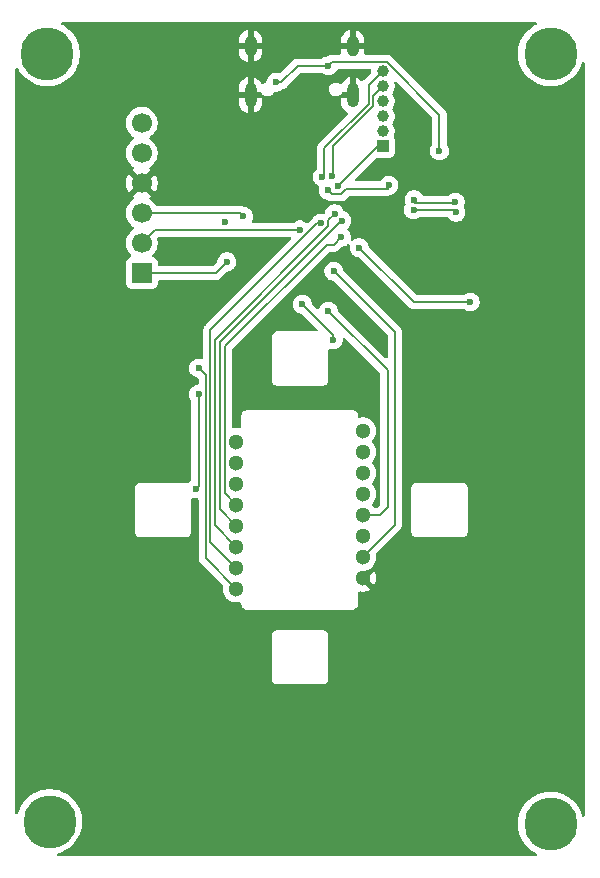
<source format=gbr>
%TF.GenerationSoftware,KiCad,Pcbnew,9.0.4*%
%TF.CreationDate,2025-11-20T14:14:08-06:00*%
%TF.ProjectId,Ballmouse,42616c6c-6d6f-4757-9365-2e6b69636164,rev?*%
%TF.SameCoordinates,Original*%
%TF.FileFunction,Copper,L2,Bot*%
%TF.FilePolarity,Positive*%
%FSLAX46Y46*%
G04 Gerber Fmt 4.6, Leading zero omitted, Abs format (unit mm)*
G04 Created by KiCad (PCBNEW 9.0.4) date 2025-11-20 14:14:08*
%MOMM*%
%LPD*%
G01*
G04 APERTURE LIST*
%TA.AperFunction,ComponentPad*%
%ADD10C,4.500000*%
%TD*%
%TA.AperFunction,ComponentPad*%
%ADD11R,1.700000X1.700000*%
%TD*%
%TA.AperFunction,ComponentPad*%
%ADD12C,1.700000*%
%TD*%
%TA.AperFunction,ComponentPad*%
%ADD13C,1.300000*%
%TD*%
%TA.AperFunction,ComponentPad*%
%ADD14O,1.000000X2.100000*%
%TD*%
%TA.AperFunction,ComponentPad*%
%ADD15O,1.000000X1.800000*%
%TD*%
%TA.AperFunction,ComponentPad*%
%ADD16R,1.000000X1.000000*%
%TD*%
%TA.AperFunction,ComponentPad*%
%ADD17C,1.000000*%
%TD*%
%TA.AperFunction,ViaPad*%
%ADD18C,0.600000*%
%TD*%
%TA.AperFunction,Conductor*%
%ADD19C,0.200000*%
%TD*%
G04 APERTURE END LIST*
D10*
%TO.P,H4,1*%
%TO.N,N/C*%
X160400000Y-122200000D03*
%TD*%
%TO.P,H3,1*%
%TO.N,N/C*%
X118000000Y-122000000D03*
%TD*%
%TO.P,H2,1*%
%TO.N,N/C*%
X160400000Y-57000000D03*
%TD*%
%TO.P,H1,1*%
%TO.N,N/C*%
X117800000Y-57000000D03*
%TD*%
D11*
%TO.P,J2,1,Pin_1*%
%TO.N,VCC*%
X125800000Y-75550000D03*
D12*
%TO.P,J2,2,Pin_2*%
%TO.N,Reset*%
X125800000Y-73010000D03*
%TO.P,J2,3,Pin_3*%
%TO.N,Boot*%
X125800000Y-70470000D03*
%TO.P,J2,4,Pin_4*%
%TO.N,VSS*%
X125800000Y-67930000D03*
%TO.P,J2,5,Pin_5*%
%TO.N,SWCLK*%
X125800000Y-65390000D03*
%TO.P,J2,6,Pin_6*%
%TO.N,SWDIO*%
X125800000Y-62850000D03*
%TD*%
D13*
%TO.P,U1,1*%
%TO.N,N/C*%
X144500000Y-88925000D03*
%TO.P,U1,2*%
X144500000Y-90705000D03*
%TO.P,U1,3,VDDPIX*%
%TO.N,Net-(U1-VDDPIX)*%
X144500000Y-92485000D03*
%TO.P,U1,4,VDD*%
%TO.N,+1V8*%
X144500000Y-94265000D03*
%TO.P,U1,5,VDDIO*%
%TO.N,VCC*%
X144500000Y-96045000D03*
%TO.P,U1,6*%
%TO.N,N/C*%
X144500000Y-97825000D03*
%TO.P,U1,7,~{RESET}*%
%TO.N,3360_Reset*%
X144500000Y-99605000D03*
%TO.P,U1,8,GND*%
%TO.N,VSS*%
X144500000Y-101385000D03*
%TO.P,U1,9,MOTION*%
%TO.N,Motion*%
X133800000Y-102275000D03*
%TO.P,U1,10,SCLK*%
%TO.N,SCLK*%
X133800000Y-100495000D03*
%TO.P,U1,11,MOSI*%
%TO.N,MOSI*%
X133800000Y-98715000D03*
%TO.P,U1,12,MISO*%
%TO.N,MISO*%
X133800000Y-96935000D03*
%TO.P,U1,13,~{CS}*%
%TO.N,~{CS}*%
X133800000Y-95155000D03*
%TO.P,U1,14*%
%TO.N,N/C*%
X133800000Y-93375000D03*
%TO.P,U1,15,LED_P*%
%TO.N,Net-(U1-LED_P)*%
X133800000Y-91595000D03*
%TO.P,U1,16*%
%TO.N,N/C*%
X133800000Y-89815000D03*
%TD*%
D14*
%TO.P,J11,S1,SHIELD*%
%TO.N,VSS*%
X143650000Y-60500000D03*
D15*
X143650000Y-56350000D03*
D14*
X135010000Y-60500000D03*
D15*
X135010000Y-56350000D03*
%TD*%
D16*
%TO.P,J1,1,Pin_1*%
%TO.N,Net-(J1-Pin_1)*%
X146200000Y-64810000D03*
D17*
%TO.P,J1,2,Pin_2*%
%TO.N,Net-(J1-Pin_2)*%
X146200000Y-63540000D03*
%TO.P,J1,3,Pin_3*%
%TO.N,Net-(J1-Pin_3)*%
X146200000Y-62270000D03*
%TO.P,J1,4,Pin_4*%
%TO.N,Net-(J1-Pin_4)*%
X146200000Y-61000000D03*
%TO.P,J1,5,Pin_5*%
%TO.N,Net-(J1-Pin_5)*%
X146200000Y-59730000D03*
%TO.P,J1,6,Pin_6*%
%TO.N,Net-(J1-Pin_6)*%
X146200000Y-58460000D03*
%TD*%
D18*
%TO.N,Net-(D3-DOUT)*%
X130600000Y-85800000D03*
X130400000Y-93800000D03*
%TO.N,Neo*%
X139400000Y-78200000D03*
X142000000Y-81200000D03*
%TO.N,Net-(J1-Pin_1)*%
X142400000Y-68200000D03*
%TO.N,+5V*%
X137150000Y-59400000D03*
%TO.N,VSS*%
X129600000Y-65800000D03*
X138200000Y-69800000D03*
X132800000Y-71200000D03*
X158000000Y-83400000D03*
X150000000Y-83800000D03*
X142600000Y-83000000D03*
X138930781Y-79171315D03*
X149000000Y-67800000D03*
X152600000Y-65400000D03*
X138600000Y-67200000D03*
%TO.N,VCC*%
X133000000Y-74600000D03*
%TO.N,VSS*%
X139800000Y-76200000D03*
%TO.N,Motion*%
X130600000Y-83600000D03*
%TO.N,SCLK*%
X140940380Y-71340380D03*
%TO.N,MOSI*%
X142113959Y-70534430D03*
%TO.N,MISO*%
X142741729Y-71107499D03*
%TO.N,~{CS}*%
X142691315Y-72512850D03*
%TO.N,3360_Reset*%
X142057044Y-75391544D03*
%TO.N,VCC*%
X141600000Y-78800000D03*
%TO.N,Five*%
X153600000Y-78000000D03*
X144200000Y-73400000D03*
%TO.N,Boot*%
X134400000Y-70757500D03*
%TO.N,Net-(RN2-R2.1)*%
X152400000Y-70400000D03*
X148800000Y-70200000D03*
%TO.N,Net-(RN2-R1.1)*%
X152345929Y-69534832D03*
X148855866Y-69351835D03*
%TO.N,VCC*%
X146715380Y-68115380D03*
X141590448Y-68547332D03*
%TO.N,Reset*%
X139184629Y-71896132D03*
%TO.N,Net-(J1-Pin_6)*%
X141087565Y-67416552D03*
%TO.N,Net-(J1-Pin_5)*%
X141928504Y-67292755D03*
%TO.N,+5V*%
X151000000Y-65200000D03*
X141600000Y-58000000D03*
%TD*%
D19*
%TO.N,Neo*%
X142000000Y-80800000D02*
X139400000Y-78200000D01*
X142000000Y-81200000D02*
X142000000Y-80800000D01*
%TO.N,Net-(J1-Pin_1)*%
X142400000Y-68200000D02*
X145790000Y-64810000D01*
%TO.N,VCC*%
X143119239Y-68400000D02*
X142669239Y-68850000D01*
X146600000Y-68400000D02*
X143119239Y-68400000D01*
X146715380Y-68115380D02*
X146715380Y-68284620D01*
%TO.N,Net-(J1-Pin_6)*%
X141200000Y-64997000D02*
X141200000Y-67304117D01*
X144997000Y-61200000D02*
X141200000Y-64997000D01*
X144997000Y-59663000D02*
X144997000Y-61200000D01*
X146200000Y-58460000D02*
X144997000Y-59663000D01*
%TO.N,VCC*%
X141893116Y-68850000D02*
X141590448Y-68547332D01*
%TO.N,Net-(J1-Pin_5)*%
X142000000Y-67221259D02*
X141928504Y-67292755D01*
X145399000Y-61366686D02*
X142000000Y-64765686D01*
X145399000Y-60531000D02*
X145399000Y-61366686D01*
%TO.N,Net-(J1-Pin_6)*%
X141200000Y-67304117D02*
X141087565Y-67416552D01*
%TO.N,Net-(J1-Pin_5)*%
X146200000Y-59730000D02*
X145399000Y-60531000D01*
%TO.N,Net-(J1-Pin_1)*%
X145790000Y-64810000D02*
X146200000Y-64810000D01*
%TO.N,VCC*%
X142669239Y-68850000D02*
X141893116Y-68850000D01*
%TO.N,Net-(J1-Pin_5)*%
X142000000Y-64765686D02*
X142000000Y-67221259D01*
%TO.N,VCC*%
X146715380Y-68284620D02*
X146600000Y-68400000D01*
%TO.N,+5V*%
X137600000Y-59400000D02*
X137150000Y-59400000D01*
X139000000Y-58000000D02*
X137600000Y-59400000D01*
X141600000Y-58000000D02*
X139000000Y-58000000D01*
%TO.N,VCC*%
X132050000Y-75550000D02*
X133000000Y-74600000D01*
X125800000Y-75550000D02*
X132050000Y-75550000D01*
%TO.N,Reset*%
X126913868Y-71896132D02*
X139184629Y-71896132D01*
X125800000Y-73010000D02*
X126913868Y-71896132D01*
%TO.N,3360_Reset*%
X147200000Y-80534500D02*
X142057044Y-75391544D01*
X147200000Y-82200000D02*
X147200000Y-80534500D01*
X147200000Y-96905000D02*
X147200000Y-82200000D01*
X144500000Y-99605000D02*
X147200000Y-96905000D01*
%TO.N,VCC*%
X146600000Y-95400000D02*
X146600000Y-83800000D01*
X145955000Y-96045000D02*
X146600000Y-95400000D01*
X144500000Y-96045000D02*
X145955000Y-96045000D01*
X146600000Y-83800000D02*
X141600000Y-78800000D01*
%TO.N,Boot*%
X134112500Y-70470000D02*
X134400000Y-70757500D01*
X125800000Y-70470000D02*
X134112500Y-70470000D01*
%TO.N,Five*%
X148800000Y-78000000D02*
X144200000Y-73400000D01*
X153600000Y-78000000D02*
X148800000Y-78000000D01*
%TO.N,Net-(RN2-R1.1)*%
X152280761Y-69600000D02*
X152345929Y-69534832D01*
X148855866Y-69568126D02*
X148887740Y-69600000D01*
X148855866Y-69351835D02*
X148855866Y-69568126D01*
%TO.N,Net-(RN2-R2.1)*%
X152200000Y-70200000D02*
X152400000Y-70400000D01*
X148800000Y-70200000D02*
X152200000Y-70200000D01*
%TO.N,Net-(RN2-R1.1)*%
X148887740Y-69600000D02*
X152280761Y-69600000D01*
%TO.N,+5V*%
X151000000Y-62127214D02*
X151000000Y-65200000D01*
X141600000Y-58000000D02*
X141941000Y-57659000D01*
X146531786Y-57659000D02*
X151000000Y-62127214D01*
X141941000Y-57659000D02*
X146531786Y-57659000D01*
%TO.N,~{CS}*%
X142675334Y-72512850D02*
X142691315Y-72512850D01*
X142038184Y-73150000D02*
X142675334Y-72512850D01*
X141450000Y-73150000D02*
X142038184Y-73150000D01*
X132849000Y-81751000D02*
X141450000Y-73150000D01*
X132849000Y-94204000D02*
X132849000Y-81751000D01*
X133800000Y-95155000D02*
X132849000Y-94204000D01*
%TO.N,MISO*%
X142692501Y-71107499D02*
X142741729Y-71107499D01*
X132400000Y-95535000D02*
X132400000Y-81400000D01*
X133800000Y-96935000D02*
X132400000Y-95535000D01*
%TO.N,MOSI*%
X141600000Y-71048389D02*
X142113959Y-70534430D01*
X141600000Y-71600000D02*
X141600000Y-71048389D01*
X132000000Y-81200000D02*
X141600000Y-71600000D01*
X132000000Y-96915000D02*
X132000000Y-81200000D01*
X133800000Y-98715000D02*
X132000000Y-96915000D01*
%TO.N,SCLK*%
X140659620Y-71340380D02*
X140940380Y-71340380D01*
X131600000Y-80400000D02*
X140659620Y-71340380D01*
X131600000Y-98295000D02*
X131600000Y-80400000D01*
%TO.N,Motion*%
X131200000Y-84200000D02*
X130600000Y-83600000D01*
%TO.N,SCLK*%
X133800000Y-100495000D02*
X131600000Y-98295000D01*
%TO.N,Motion*%
X131200000Y-99675000D02*
X131200000Y-84200000D01*
%TO.N,Net-(D3-DOUT)*%
X130600000Y-85800000D02*
X130600000Y-93600000D01*
X130600000Y-93600000D02*
X130400000Y-93800000D01*
%TO.N,MISO*%
X132400000Y-81400000D02*
X142692501Y-71107499D01*
%TO.N,Motion*%
X133800000Y-102275000D02*
X131200000Y-99675000D01*
%TD*%
%TA.AperFunction,Conductor*%
%TO.N,VSS*%
G36*
X159190073Y-54320185D02*
G01*
X159235828Y-54372989D01*
X159245772Y-54442147D01*
X159216747Y-54505703D01*
X159176836Y-54536220D01*
X159067437Y-54588903D01*
X158805858Y-54753264D01*
X158564326Y-54945879D01*
X158345879Y-55164326D01*
X158153264Y-55405858D01*
X157988903Y-55667437D01*
X157854868Y-55945763D01*
X157854862Y-55945777D01*
X157752835Y-56237352D01*
X157752831Y-56237364D01*
X157684089Y-56538544D01*
X157684086Y-56538562D01*
X157649500Y-56845528D01*
X157649500Y-57154471D01*
X157684086Y-57461437D01*
X157684089Y-57461455D01*
X157752831Y-57762635D01*
X157752835Y-57762647D01*
X157854862Y-58054222D01*
X157854868Y-58054236D01*
X157988903Y-58332562D01*
X158039750Y-58413485D01*
X158153265Y-58594143D01*
X158345880Y-58835674D01*
X158564326Y-59054120D01*
X158805857Y-59246735D01*
X159067435Y-59411095D01*
X159345771Y-59545135D01*
X159386904Y-59559528D01*
X159637352Y-59647164D01*
X159637364Y-59647168D01*
X159938548Y-59715911D01*
X159938554Y-59715911D01*
X159938562Y-59715913D01*
X160143206Y-59738970D01*
X160245529Y-59750499D01*
X160245532Y-59750500D01*
X160245535Y-59750500D01*
X160554468Y-59750500D01*
X160554469Y-59750499D01*
X160711356Y-59732822D01*
X160861437Y-59715913D01*
X160861442Y-59715912D01*
X160861452Y-59715911D01*
X161162636Y-59647168D01*
X161454229Y-59545135D01*
X161732565Y-59411095D01*
X161994143Y-59246735D01*
X162235674Y-59054120D01*
X162454120Y-58835674D01*
X162646735Y-58594143D01*
X162811095Y-58332565D01*
X162945135Y-58054229D01*
X163047168Y-57762636D01*
X163054609Y-57730035D01*
X163088717Y-57669056D01*
X163150379Y-57636198D01*
X163220016Y-57641893D01*
X163275520Y-57684332D01*
X163299268Y-57750042D01*
X163299500Y-57757627D01*
X163299500Y-121442372D01*
X163279815Y-121509411D01*
X163227011Y-121555166D01*
X163157853Y-121565110D01*
X163094297Y-121536085D01*
X163056523Y-121477307D01*
X163054609Y-121469965D01*
X163047167Y-121437360D01*
X163047164Y-121437352D01*
X162945137Y-121145777D01*
X162945135Y-121145771D01*
X162811095Y-120867435D01*
X162646735Y-120605857D01*
X162454120Y-120364326D01*
X162235674Y-120145880D01*
X161994143Y-119953265D01*
X161732565Y-119788905D01*
X161732562Y-119788903D01*
X161454236Y-119654868D01*
X161454222Y-119654862D01*
X161162647Y-119552835D01*
X161162635Y-119552831D01*
X160861455Y-119484089D01*
X160861437Y-119484086D01*
X160554471Y-119449500D01*
X160554465Y-119449500D01*
X160245535Y-119449500D01*
X160245528Y-119449500D01*
X159938562Y-119484086D01*
X159938544Y-119484089D01*
X159637364Y-119552831D01*
X159637352Y-119552835D01*
X159345777Y-119654862D01*
X159345763Y-119654868D01*
X159067437Y-119788903D01*
X158805858Y-119953264D01*
X158564326Y-120145879D01*
X158345879Y-120364326D01*
X158153264Y-120605858D01*
X157988903Y-120867437D01*
X157854868Y-121145763D01*
X157854862Y-121145777D01*
X157752835Y-121437352D01*
X157752831Y-121437364D01*
X157684089Y-121738544D01*
X157684086Y-121738562D01*
X157649500Y-122045528D01*
X157649500Y-122354471D01*
X157684086Y-122661437D01*
X157684089Y-122661455D01*
X157752831Y-122962635D01*
X157752835Y-122962647D01*
X157854862Y-123254222D01*
X157854868Y-123254236D01*
X157988903Y-123532562D01*
X157988905Y-123532565D01*
X158153265Y-123794143D01*
X158345880Y-124035674D01*
X158564326Y-124254120D01*
X158805857Y-124446735D01*
X159067435Y-124611095D01*
X159067437Y-124611096D01*
X159176836Y-124663780D01*
X159228695Y-124710602D01*
X159247008Y-124778029D01*
X159225960Y-124844653D01*
X159172234Y-124889322D01*
X159123034Y-124899500D01*
X118757627Y-124899500D01*
X118690588Y-124879815D01*
X118644833Y-124827011D01*
X118634889Y-124757853D01*
X118663914Y-124694297D01*
X118722692Y-124656523D01*
X118730035Y-124654609D01*
X118737268Y-124652958D01*
X118762636Y-124647168D01*
X119054229Y-124545135D01*
X119332565Y-124411095D01*
X119594143Y-124246735D01*
X119835674Y-124054120D01*
X120054120Y-123835674D01*
X120246735Y-123594143D01*
X120411095Y-123332565D01*
X120545135Y-123054229D01*
X120647168Y-122762636D01*
X120715911Y-122461452D01*
X120727966Y-122354465D01*
X120750499Y-122154471D01*
X120750500Y-122154467D01*
X120750500Y-121845532D01*
X120750499Y-121845528D01*
X120715913Y-121538562D01*
X120715910Y-121538544D01*
X120693959Y-121442372D01*
X120647168Y-121237364D01*
X120545135Y-120945771D01*
X120411095Y-120667435D01*
X120246735Y-120405857D01*
X120054120Y-120164326D01*
X119835674Y-119945880D01*
X119594143Y-119753265D01*
X119332565Y-119588905D01*
X119332562Y-119588903D01*
X119054236Y-119454868D01*
X119054222Y-119454862D01*
X118762647Y-119352835D01*
X118762635Y-119352831D01*
X118461455Y-119284089D01*
X118461437Y-119284086D01*
X118154471Y-119249500D01*
X118154465Y-119249500D01*
X117845535Y-119249500D01*
X117845528Y-119249500D01*
X117538562Y-119284086D01*
X117538544Y-119284089D01*
X117237364Y-119352831D01*
X117237352Y-119352835D01*
X116945777Y-119454862D01*
X116945763Y-119454868D01*
X116667437Y-119588903D01*
X116405858Y-119753264D01*
X116164326Y-119945879D01*
X115945879Y-120164326D01*
X115753264Y-120405858D01*
X115588903Y-120667437D01*
X115454868Y-120945763D01*
X115454862Y-120945777D01*
X115352835Y-121237352D01*
X115352832Y-121237360D01*
X115345391Y-121269965D01*
X115311282Y-121330943D01*
X115249621Y-121363801D01*
X115179983Y-121358106D01*
X115124480Y-121315666D01*
X115100732Y-121249956D01*
X115100500Y-121242372D01*
X115100500Y-106219420D01*
X136785003Y-106219420D01*
X136785003Y-109951203D01*
X136819111Y-110078499D01*
X136852057Y-110135562D01*
X136885003Y-110192626D01*
X136978189Y-110285812D01*
X137092317Y-110351704D01*
X137219611Y-110385812D01*
X137219613Y-110385812D01*
X141151393Y-110385812D01*
X141151395Y-110385812D01*
X141278689Y-110351704D01*
X141392817Y-110285812D01*
X141486003Y-110192626D01*
X141551895Y-110078498D01*
X141586003Y-109951204D01*
X141586003Y-106219420D01*
X141551895Y-106092126D01*
X141486003Y-105977998D01*
X141392817Y-105884812D01*
X141335753Y-105851866D01*
X141278690Y-105818920D01*
X141215042Y-105801866D01*
X141151395Y-105784812D01*
X137351395Y-105784812D01*
X137219611Y-105784812D01*
X137092315Y-105818920D01*
X136978189Y-105884812D01*
X136978186Y-105884814D01*
X136885005Y-105977995D01*
X136885003Y-105977998D01*
X136819111Y-106092124D01*
X136785003Y-106219420D01*
X115100500Y-106219420D01*
X115100500Y-62743713D01*
X124449500Y-62743713D01*
X124449500Y-62956287D01*
X124451853Y-62971140D01*
X124466891Y-63066092D01*
X124482754Y-63166243D01*
X124509372Y-63248165D01*
X124548444Y-63368414D01*
X124644951Y-63557820D01*
X124769890Y-63729786D01*
X124920213Y-63880109D01*
X125092182Y-64005050D01*
X125100946Y-64009516D01*
X125151742Y-64057491D01*
X125168536Y-64125312D01*
X125145998Y-64191447D01*
X125100946Y-64230484D01*
X125092182Y-64234949D01*
X124920213Y-64359890D01*
X124769890Y-64510213D01*
X124644951Y-64682179D01*
X124548444Y-64871585D01*
X124482753Y-65073760D01*
X124449500Y-65283713D01*
X124449500Y-65496286D01*
X124476624Y-65667544D01*
X124482754Y-65706243D01*
X124520297Y-65821789D01*
X124548444Y-65908414D01*
X124644951Y-66097820D01*
X124769890Y-66269786D01*
X124920213Y-66420109D01*
X125092179Y-66545048D01*
X125092181Y-66545049D01*
X125092184Y-66545051D01*
X125101493Y-66549794D01*
X125152290Y-66597766D01*
X125169087Y-66665587D01*
X125146552Y-66731722D01*
X125101505Y-66770760D01*
X125092446Y-66775376D01*
X125092440Y-66775380D01*
X125038282Y-66814727D01*
X125038282Y-66814728D01*
X125670591Y-67447037D01*
X125607007Y-67464075D01*
X125492993Y-67529901D01*
X125399901Y-67622993D01*
X125334075Y-67737007D01*
X125317037Y-67800591D01*
X124684728Y-67168282D01*
X124684727Y-67168282D01*
X124645380Y-67222439D01*
X124548904Y-67411782D01*
X124483242Y-67613869D01*
X124483242Y-67613872D01*
X124450000Y-67823753D01*
X124450000Y-68036246D01*
X124483242Y-68246127D01*
X124483242Y-68246130D01*
X124548904Y-68448217D01*
X124645375Y-68637550D01*
X124684728Y-68691716D01*
X125317037Y-68059408D01*
X125334075Y-68122993D01*
X125399901Y-68237007D01*
X125492993Y-68330099D01*
X125607007Y-68395925D01*
X125670590Y-68412962D01*
X125038282Y-69045269D01*
X125038282Y-69045270D01*
X125092452Y-69084626D01*
X125092451Y-69084626D01*
X125101495Y-69089234D01*
X125152292Y-69137208D01*
X125169087Y-69205029D01*
X125146550Y-69271164D01*
X125101499Y-69310202D01*
X125092182Y-69314949D01*
X124920213Y-69439890D01*
X124769890Y-69590213D01*
X124644951Y-69762179D01*
X124548444Y-69951585D01*
X124482753Y-70153760D01*
X124456240Y-70321158D01*
X124449500Y-70363713D01*
X124449500Y-70576287D01*
X124452813Y-70597206D01*
X124472038Y-70718589D01*
X124482754Y-70786243D01*
X124543001Y-70971664D01*
X124548444Y-70988414D01*
X124644951Y-71177820D01*
X124769890Y-71349786D01*
X124920213Y-71500109D01*
X125092182Y-71625050D01*
X125100946Y-71629516D01*
X125151742Y-71677491D01*
X125168536Y-71745312D01*
X125145998Y-71811447D01*
X125100946Y-71850484D01*
X125092182Y-71854949D01*
X124920213Y-71979890D01*
X124769890Y-72130213D01*
X124644951Y-72302179D01*
X124548444Y-72491585D01*
X124482753Y-72693760D01*
X124469377Y-72778213D01*
X124449500Y-72903713D01*
X124449500Y-73116287D01*
X124457455Y-73166510D01*
X124481948Y-73321158D01*
X124482754Y-73326243D01*
X124541973Y-73508500D01*
X124548444Y-73528414D01*
X124644951Y-73717820D01*
X124769890Y-73889786D01*
X124883430Y-74003326D01*
X124916915Y-74064649D01*
X124911931Y-74134341D01*
X124870059Y-74190274D01*
X124839083Y-74207189D01*
X124707669Y-74256203D01*
X124707664Y-74256206D01*
X124592455Y-74342452D01*
X124592452Y-74342455D01*
X124506206Y-74457664D01*
X124506202Y-74457671D01*
X124455908Y-74592517D01*
X124449501Y-74652116D01*
X124449501Y-74652123D01*
X124449500Y-74652135D01*
X124449500Y-76447870D01*
X124449501Y-76447876D01*
X124455908Y-76507483D01*
X124506202Y-76642328D01*
X124506206Y-76642335D01*
X124592452Y-76757544D01*
X124592455Y-76757547D01*
X124707664Y-76843793D01*
X124707671Y-76843797D01*
X124842517Y-76894091D01*
X124842516Y-76894091D01*
X124849444Y-76894835D01*
X124902127Y-76900500D01*
X126697872Y-76900499D01*
X126757483Y-76894091D01*
X126892331Y-76843796D01*
X127007546Y-76757546D01*
X127093796Y-76642331D01*
X127144091Y-76507483D01*
X127150500Y-76447873D01*
X127150500Y-76274500D01*
X127170185Y-76207461D01*
X127222989Y-76161706D01*
X127274500Y-76150500D01*
X131963331Y-76150500D01*
X131963347Y-76150501D01*
X131970943Y-76150501D01*
X132129054Y-76150501D01*
X132129057Y-76150501D01*
X132281785Y-76109577D01*
X132331904Y-76080639D01*
X132418716Y-76030520D01*
X132530520Y-75918716D01*
X132530520Y-75918714D01*
X132540728Y-75908507D01*
X132540729Y-75908504D01*
X133014662Y-75434572D01*
X133075983Y-75401089D01*
X133078150Y-75400638D01*
X133136085Y-75389113D01*
X133233497Y-75369737D01*
X133364293Y-75315560D01*
X133379172Y-75309397D01*
X133379172Y-75309396D01*
X133379179Y-75309394D01*
X133510289Y-75221789D01*
X133621789Y-75110289D01*
X133709394Y-74979179D01*
X133769737Y-74833497D01*
X133800500Y-74678842D01*
X133800500Y-74521158D01*
X133800500Y-74521155D01*
X133800499Y-74521153D01*
X133769737Y-74366503D01*
X133724050Y-74256203D01*
X133709397Y-74220827D01*
X133709390Y-74220814D01*
X133621789Y-74089711D01*
X133621786Y-74089707D01*
X133510292Y-73978213D01*
X133510288Y-73978210D01*
X133379185Y-73890609D01*
X133379172Y-73890602D01*
X133233501Y-73830264D01*
X133233489Y-73830261D01*
X133078845Y-73799500D01*
X133078842Y-73799500D01*
X132921158Y-73799500D01*
X132921155Y-73799500D01*
X132766510Y-73830261D01*
X132766498Y-73830264D01*
X132620827Y-73890602D01*
X132620814Y-73890609D01*
X132489711Y-73978210D01*
X132489707Y-73978213D01*
X132378213Y-74089707D01*
X132378210Y-74089711D01*
X132290609Y-74220814D01*
X132290602Y-74220827D01*
X132230264Y-74366498D01*
X132230261Y-74366508D01*
X132199361Y-74521850D01*
X132166976Y-74583761D01*
X132165425Y-74585339D01*
X131837584Y-74913181D01*
X131776261Y-74946666D01*
X131749903Y-74949500D01*
X127274499Y-74949500D01*
X127207460Y-74929815D01*
X127161705Y-74877011D01*
X127150499Y-74825500D01*
X127150499Y-74652129D01*
X127150498Y-74652123D01*
X127150497Y-74652116D01*
X127144091Y-74592517D01*
X127140825Y-74583761D01*
X127093797Y-74457671D01*
X127093793Y-74457664D01*
X127007547Y-74342455D01*
X127007544Y-74342452D01*
X126892335Y-74256206D01*
X126892328Y-74256202D01*
X126760917Y-74207189D01*
X126704983Y-74165318D01*
X126680566Y-74099853D01*
X126695418Y-74031580D01*
X126716563Y-74003332D01*
X126830104Y-73889792D01*
X126873356Y-73830261D01*
X126927655Y-73755523D01*
X126955051Y-73717816D01*
X127051557Y-73528412D01*
X127117246Y-73326243D01*
X127150500Y-73116287D01*
X127150500Y-72903713D01*
X127117246Y-72693757D01*
X127105935Y-72658948D01*
X127103941Y-72589109D01*
X127140021Y-72529276D01*
X127202722Y-72498448D01*
X127223867Y-72496632D01*
X138354771Y-72496632D01*
X138421810Y-72516317D01*
X138467565Y-72569121D01*
X138477509Y-72638279D01*
X138448484Y-72701835D01*
X138442452Y-72708313D01*
X131233525Y-79917238D01*
X131233515Y-79917248D01*
X131231286Y-79919478D01*
X131231284Y-79919480D01*
X131119480Y-80031284D01*
X131106377Y-80053980D01*
X131099820Y-80065337D01*
X131041827Y-80165784D01*
X131040423Y-80168215D01*
X130999499Y-80320943D01*
X130999499Y-80320945D01*
X130999499Y-80489046D01*
X130999500Y-80489059D01*
X130999500Y-82713444D01*
X130979815Y-82780483D01*
X130927011Y-82826238D01*
X130857853Y-82836182D01*
X130839575Y-82831202D01*
X130839324Y-82832031D01*
X130833500Y-82830264D01*
X130833497Y-82830263D01*
X130833492Y-82830262D01*
X130833489Y-82830261D01*
X130678845Y-82799500D01*
X130678842Y-82799500D01*
X130521158Y-82799500D01*
X130521155Y-82799500D01*
X130366510Y-82830261D01*
X130366498Y-82830264D01*
X130220827Y-82890602D01*
X130220814Y-82890609D01*
X130089711Y-82978210D01*
X130089707Y-82978213D01*
X129978213Y-83089707D01*
X129978210Y-83089711D01*
X129890609Y-83220814D01*
X129890602Y-83220827D01*
X129830264Y-83366498D01*
X129830261Y-83366510D01*
X129799500Y-83521153D01*
X129799500Y-83678846D01*
X129830261Y-83833489D01*
X129830264Y-83833501D01*
X129890602Y-83979172D01*
X129890609Y-83979185D01*
X129978210Y-84110288D01*
X129978213Y-84110292D01*
X130089707Y-84221786D01*
X130089711Y-84221789D01*
X130220814Y-84309390D01*
X130220827Y-84309397D01*
X130366498Y-84369735D01*
X130366503Y-84369737D01*
X130476987Y-84391713D01*
X130499691Y-84396230D01*
X130561602Y-84428615D01*
X130596176Y-84489330D01*
X130599500Y-84517847D01*
X130599500Y-84882152D01*
X130579815Y-84949191D01*
X130527011Y-84994946D01*
X130499692Y-85003769D01*
X130366508Y-85030261D01*
X130366498Y-85030264D01*
X130220827Y-85090602D01*
X130220814Y-85090609D01*
X130089711Y-85178210D01*
X130089707Y-85178213D01*
X129978213Y-85289707D01*
X129978210Y-85289711D01*
X129890609Y-85420814D01*
X129890602Y-85420827D01*
X129830264Y-85566498D01*
X129830261Y-85566510D01*
X129799500Y-85721153D01*
X129799500Y-85878846D01*
X129830261Y-86033489D01*
X129830264Y-86033501D01*
X129890602Y-86179172D01*
X129890609Y-86179185D01*
X129978602Y-86310874D01*
X129999480Y-86377551D01*
X129999500Y-86379765D01*
X129999500Y-93038572D01*
X129989832Y-93071495D01*
X129980508Y-93104521D01*
X129979973Y-93105070D01*
X129979815Y-93105611D01*
X129957675Y-93131434D01*
X129951378Y-93137005D01*
X129889711Y-93178211D01*
X129778211Y-93289711D01*
X129777338Y-93291017D01*
X129770739Y-93296857D01*
X129742394Y-93310160D01*
X129714922Y-93325161D01*
X129710648Y-93325059D01*
X129707489Y-93326542D01*
X129693242Y-93324645D01*
X129656472Y-93323770D01*
X129565893Y-93299500D01*
X129565892Y-93299500D01*
X125765892Y-93299500D01*
X125634108Y-93299500D01*
X125506812Y-93333608D01*
X125392686Y-93399500D01*
X125392683Y-93399502D01*
X125299502Y-93492683D01*
X125299500Y-93492686D01*
X125233608Y-93606812D01*
X125218819Y-93662006D01*
X125199500Y-93734108D01*
X125199500Y-97465892D01*
X125208607Y-97499881D01*
X125233608Y-97593187D01*
X125266554Y-97650250D01*
X125299500Y-97707314D01*
X125392686Y-97800500D01*
X125506814Y-97866392D01*
X125634108Y-97900500D01*
X125634110Y-97900500D01*
X129565890Y-97900500D01*
X129565892Y-97900500D01*
X129693186Y-97866392D01*
X129807314Y-97800500D01*
X129900500Y-97707314D01*
X129966392Y-97593186D01*
X130000500Y-97465892D01*
X130000500Y-94686555D01*
X130020185Y-94619516D01*
X130072989Y-94573761D01*
X130142147Y-94563817D01*
X130160411Y-94568840D01*
X130160676Y-94567969D01*
X130166492Y-94569732D01*
X130166503Y-94569737D01*
X130321153Y-94600499D01*
X130321156Y-94600500D01*
X130475500Y-94600500D01*
X130542539Y-94620185D01*
X130588294Y-94672989D01*
X130599500Y-94724500D01*
X130599500Y-99588330D01*
X130599499Y-99588348D01*
X130599499Y-99754054D01*
X130599498Y-99754054D01*
X130640423Y-99906787D01*
X130640424Y-99906788D01*
X130667009Y-99952834D01*
X130667013Y-99952839D01*
X130719479Y-100043714D01*
X130719481Y-100043717D01*
X130838349Y-100162585D01*
X130838355Y-100162590D01*
X132633635Y-101957870D01*
X132667120Y-102019193D01*
X132668427Y-102064949D01*
X132649500Y-102184448D01*
X132649500Y-102365551D01*
X132677829Y-102544410D01*
X132733787Y-102716636D01*
X132733788Y-102716639D01*
X132816006Y-102877997D01*
X132922441Y-103024494D01*
X132922445Y-103024499D01*
X133050500Y-103152554D01*
X133050505Y-103152558D01*
X133178287Y-103245396D01*
X133197006Y-103258996D01*
X133302484Y-103312740D01*
X133358360Y-103341211D01*
X133358363Y-103341212D01*
X133444476Y-103369191D01*
X133530591Y-103397171D01*
X133613429Y-103410291D01*
X133709449Y-103425500D01*
X133709454Y-103425500D01*
X133890550Y-103425500D01*
X133963258Y-103413983D01*
X134061103Y-103398486D01*
X134130395Y-103407440D01*
X134183847Y-103452436D01*
X134204487Y-103519187D01*
X134204500Y-103520959D01*
X134204500Y-103603391D01*
X134238608Y-103730687D01*
X134271554Y-103787750D01*
X134304500Y-103844814D01*
X134397686Y-103938000D01*
X134511814Y-104003892D01*
X134639108Y-104038000D01*
X134639110Y-104038000D01*
X143660890Y-104038000D01*
X143660892Y-104038000D01*
X143788186Y-104003892D01*
X143902314Y-103938000D01*
X143995500Y-103844814D01*
X144061392Y-103730686D01*
X144095500Y-103603392D01*
X144095500Y-102630453D01*
X144115185Y-102563414D01*
X144167989Y-102517659D01*
X144237147Y-102507715D01*
X144238898Y-102507980D01*
X144409494Y-102535000D01*
X144590506Y-102535000D01*
X144769293Y-102506682D01*
X144941444Y-102450748D01*
X144941452Y-102450745D01*
X145102730Y-102368568D01*
X145118532Y-102357085D01*
X144496447Y-101735000D01*
X144546078Y-101735000D01*
X144635095Y-101711148D01*
X144714905Y-101665070D01*
X144780070Y-101599905D01*
X144826148Y-101520095D01*
X144850000Y-101431078D01*
X144850000Y-101384999D01*
X144853553Y-101384999D01*
X144853553Y-101385000D01*
X145472085Y-102003532D01*
X145483568Y-101987730D01*
X145565745Y-101826452D01*
X145565748Y-101826444D01*
X145621682Y-101654293D01*
X145650000Y-101475506D01*
X145650000Y-101294493D01*
X145621682Y-101115706D01*
X145565748Y-100943555D01*
X145565747Y-100943552D01*
X145483571Y-100782275D01*
X145483566Y-100782267D01*
X145472085Y-100766466D01*
X144853553Y-101384999D01*
X144850000Y-101384999D01*
X144850000Y-101338922D01*
X144826148Y-101249905D01*
X144780070Y-101170095D01*
X144714905Y-101104930D01*
X144635095Y-101058852D01*
X144546078Y-101035000D01*
X144496444Y-101035000D01*
X144800003Y-100731441D01*
X144849363Y-100701192D01*
X144941639Y-100671211D01*
X145102994Y-100588996D01*
X145249501Y-100482553D01*
X145377553Y-100354501D01*
X145483996Y-100207994D01*
X145566211Y-100046639D01*
X145622171Y-99874409D01*
X145641233Y-99754057D01*
X145650500Y-99695551D01*
X145650500Y-99514449D01*
X145636532Y-99426265D01*
X145631572Y-99394948D01*
X145640526Y-99325656D01*
X145666361Y-99287873D01*
X147680520Y-97273716D01*
X147759577Y-97136784D01*
X147800501Y-96984057D01*
X147800501Y-96825942D01*
X147800501Y-96818347D01*
X147800500Y-96818329D01*
X147800500Y-93734108D01*
X148599500Y-93734108D01*
X148599500Y-97465892D01*
X148608607Y-97499881D01*
X148633608Y-97593187D01*
X148666554Y-97650250D01*
X148699500Y-97707314D01*
X148792686Y-97800500D01*
X148906814Y-97866392D01*
X149034108Y-97900500D01*
X149034110Y-97900500D01*
X152965890Y-97900500D01*
X152965892Y-97900500D01*
X153093186Y-97866392D01*
X153207314Y-97800500D01*
X153300500Y-97707314D01*
X153366392Y-97593186D01*
X153400500Y-97465892D01*
X153400500Y-93734108D01*
X153366392Y-93606814D01*
X153300500Y-93492686D01*
X153207314Y-93399500D01*
X153133375Y-93356811D01*
X153093187Y-93333608D01*
X153005676Y-93310160D01*
X152965892Y-93299500D01*
X149165892Y-93299500D01*
X149034108Y-93299500D01*
X148906812Y-93333608D01*
X148792686Y-93399500D01*
X148792683Y-93399502D01*
X148699502Y-93492683D01*
X148699500Y-93492686D01*
X148633608Y-93606812D01*
X148618819Y-93662006D01*
X148599500Y-93734108D01*
X147800500Y-93734108D01*
X147800500Y-80455445D01*
X147800500Y-80455443D01*
X147759577Y-80302716D01*
X147759577Y-80302715D01*
X147744376Y-80276387D01*
X147723612Y-80240422D01*
X147723611Y-80240421D01*
X147702066Y-80203103D01*
X147680520Y-80165784D01*
X147568716Y-80053980D01*
X147568715Y-80053979D01*
X147564385Y-80049649D01*
X147564374Y-80049639D01*
X142891618Y-75376883D01*
X142858133Y-75315560D01*
X142857682Y-75313393D01*
X142826782Y-75158054D01*
X142826781Y-75158047D01*
X142826779Y-75158042D01*
X142766441Y-75012371D01*
X142766434Y-75012358D01*
X142678833Y-74881255D01*
X142678830Y-74881251D01*
X142567336Y-74769757D01*
X142567332Y-74769754D01*
X142436229Y-74682153D01*
X142436216Y-74682146D01*
X142290545Y-74621808D01*
X142290533Y-74621805D01*
X142135889Y-74591044D01*
X142135886Y-74591044D01*
X141978202Y-74591044D01*
X141978199Y-74591044D01*
X141823554Y-74621805D01*
X141823542Y-74621808D01*
X141677871Y-74682146D01*
X141677858Y-74682153D01*
X141546755Y-74769754D01*
X141546751Y-74769757D01*
X141435257Y-74881251D01*
X141435254Y-74881255D01*
X141347653Y-75012358D01*
X141347646Y-75012371D01*
X141287308Y-75158042D01*
X141287305Y-75158054D01*
X141256544Y-75312697D01*
X141256544Y-75470390D01*
X141287305Y-75625033D01*
X141287308Y-75625045D01*
X141347646Y-75770716D01*
X141347653Y-75770729D01*
X141435254Y-75901832D01*
X141435257Y-75901836D01*
X141546751Y-76013330D01*
X141546755Y-76013333D01*
X141677858Y-76100934D01*
X141677871Y-76100941D01*
X141823542Y-76161279D01*
X141823547Y-76161281D01*
X141888191Y-76174139D01*
X141978893Y-76192182D01*
X142040804Y-76224567D01*
X142042383Y-76226118D01*
X146563181Y-80746916D01*
X146596666Y-80808239D01*
X146599500Y-80834597D01*
X146599500Y-82650903D01*
X146579815Y-82717942D01*
X146527011Y-82763697D01*
X146457853Y-82773641D01*
X146394297Y-82744616D01*
X146387819Y-82738584D01*
X142434574Y-78785339D01*
X142401089Y-78724016D01*
X142400638Y-78721849D01*
X142380734Y-78621789D01*
X142369737Y-78566503D01*
X142334124Y-78480524D01*
X142309397Y-78420827D01*
X142309390Y-78420814D01*
X142221789Y-78289711D01*
X142221786Y-78289707D01*
X142110292Y-78178213D01*
X142110288Y-78178210D01*
X141979185Y-78090609D01*
X141979172Y-78090602D01*
X141833501Y-78030264D01*
X141833489Y-78030261D01*
X141678845Y-77999500D01*
X141678842Y-77999500D01*
X141521158Y-77999500D01*
X141521155Y-77999500D01*
X141366510Y-78030261D01*
X141366498Y-78030264D01*
X141220827Y-78090602D01*
X141220814Y-78090609D01*
X141089711Y-78178210D01*
X141089707Y-78178213D01*
X140978213Y-78289707D01*
X140978210Y-78289711D01*
X140890609Y-78420814D01*
X140890604Y-78420824D01*
X140838447Y-78546742D01*
X140794606Y-78601145D01*
X140728311Y-78623210D01*
X140660612Y-78605931D01*
X140636205Y-78586970D01*
X140234574Y-78185339D01*
X140201089Y-78124016D01*
X140200638Y-78121849D01*
X140182419Y-78030261D01*
X140169737Y-77966503D01*
X140150955Y-77921158D01*
X140109397Y-77820827D01*
X140109390Y-77820814D01*
X140021789Y-77689711D01*
X140021786Y-77689707D01*
X139910292Y-77578213D01*
X139910288Y-77578210D01*
X139779185Y-77490609D01*
X139779172Y-77490602D01*
X139633501Y-77430264D01*
X139633489Y-77430261D01*
X139478845Y-77399500D01*
X139478842Y-77399500D01*
X139321158Y-77399500D01*
X139321155Y-77399500D01*
X139166510Y-77430261D01*
X139166498Y-77430264D01*
X139020827Y-77490602D01*
X139020814Y-77490609D01*
X138889711Y-77578210D01*
X138889707Y-77578213D01*
X138778213Y-77689707D01*
X138778210Y-77689711D01*
X138690609Y-77820814D01*
X138690602Y-77820827D01*
X138630264Y-77966498D01*
X138630261Y-77966510D01*
X138599500Y-78121153D01*
X138599500Y-78278846D01*
X138630261Y-78433489D01*
X138630264Y-78433501D01*
X138690602Y-78579172D01*
X138690609Y-78579185D01*
X138778210Y-78710288D01*
X138778213Y-78710292D01*
X138889707Y-78821786D01*
X138889711Y-78821789D01*
X139020814Y-78909390D01*
X139020827Y-78909397D01*
X139166498Y-78969735D01*
X139166503Y-78969737D01*
X139231147Y-78982595D01*
X139321849Y-79000638D01*
X139383760Y-79033023D01*
X139385339Y-79034574D01*
X140638584Y-80287819D01*
X140672069Y-80349142D01*
X140667085Y-80418834D01*
X140625213Y-80474767D01*
X140559749Y-80499184D01*
X140550903Y-80499500D01*
X137234108Y-80499500D01*
X137106812Y-80533608D01*
X136992686Y-80599500D01*
X136992683Y-80599502D01*
X136899502Y-80692683D01*
X136899500Y-80692686D01*
X136833608Y-80806812D01*
X136799500Y-80934108D01*
X136799500Y-84665891D01*
X136833608Y-84793187D01*
X136866554Y-84850250D01*
X136899500Y-84907314D01*
X136992686Y-85000500D01*
X137106814Y-85066392D01*
X137234108Y-85100500D01*
X137234110Y-85100500D01*
X141165890Y-85100500D01*
X141165892Y-85100500D01*
X141293186Y-85066392D01*
X141407314Y-85000500D01*
X141500500Y-84907314D01*
X141566392Y-84793186D01*
X141600500Y-84665892D01*
X141600500Y-82086555D01*
X141620185Y-82019516D01*
X141672989Y-81973761D01*
X141742147Y-81963817D01*
X141760411Y-81968840D01*
X141760676Y-81967969D01*
X141766492Y-81969732D01*
X141766503Y-81969737D01*
X141917312Y-81999735D01*
X141921153Y-82000499D01*
X141921156Y-82000500D01*
X141921158Y-82000500D01*
X142078844Y-82000500D01*
X142078845Y-82000499D01*
X142233497Y-81969737D01*
X142379179Y-81909394D01*
X142510289Y-81821789D01*
X142621789Y-81710289D01*
X142709394Y-81579179D01*
X142769737Y-81433497D01*
X142800500Y-81278842D01*
X142800500Y-81149097D01*
X142820185Y-81082058D01*
X142872989Y-81036303D01*
X142942147Y-81026359D01*
X143005703Y-81055384D01*
X143012181Y-81061416D01*
X145963181Y-84012416D01*
X145996666Y-84073739D01*
X145999500Y-84100097D01*
X145999500Y-95099902D01*
X145979815Y-95166941D01*
X145963181Y-95187583D01*
X145742584Y-95408181D01*
X145715656Y-95422884D01*
X145689838Y-95439477D01*
X145683637Y-95440368D01*
X145681261Y-95441666D01*
X145654903Y-95444500D01*
X145548989Y-95444500D01*
X145481950Y-95424815D01*
X145448670Y-95393384D01*
X145377556Y-95295502D01*
X145324735Y-95242681D01*
X145291250Y-95181358D01*
X145296234Y-95111666D01*
X145324735Y-95067319D01*
X145377553Y-95014501D01*
X145483996Y-94867994D01*
X145566211Y-94706639D01*
X145622171Y-94534409D01*
X145636765Y-94442259D01*
X145650500Y-94355551D01*
X145650500Y-94174448D01*
X145634019Y-94070397D01*
X145622171Y-93995591D01*
X145566211Y-93823361D01*
X145566211Y-93823360D01*
X145520734Y-93734108D01*
X145483996Y-93662006D01*
X145443897Y-93606814D01*
X145377558Y-93515505D01*
X145377554Y-93515500D01*
X145324735Y-93462681D01*
X145291250Y-93401358D01*
X145296234Y-93331666D01*
X145324735Y-93287319D01*
X145377553Y-93234501D01*
X145483996Y-93087994D01*
X145566211Y-92926639D01*
X145622171Y-92754409D01*
X145636765Y-92662259D01*
X145650500Y-92575551D01*
X145650500Y-92394448D01*
X145634019Y-92290397D01*
X145622171Y-92215591D01*
X145566211Y-92043361D01*
X145566211Y-92043360D01*
X145537740Y-91987484D01*
X145483996Y-91882006D01*
X145470396Y-91863287D01*
X145377558Y-91735505D01*
X145377554Y-91735500D01*
X145324735Y-91682681D01*
X145291250Y-91621358D01*
X145296234Y-91551666D01*
X145324735Y-91507319D01*
X145377553Y-91454501D01*
X145483996Y-91307994D01*
X145566211Y-91146639D01*
X145622171Y-90974409D01*
X145636765Y-90882259D01*
X145650500Y-90795551D01*
X145650500Y-90614448D01*
X145634019Y-90510397D01*
X145622171Y-90435591D01*
X145566211Y-90263361D01*
X145566211Y-90263360D01*
X145537740Y-90207484D01*
X145483996Y-90102006D01*
X145470396Y-90083287D01*
X145377558Y-89955505D01*
X145377554Y-89955500D01*
X145324735Y-89902681D01*
X145291250Y-89841358D01*
X145296234Y-89771666D01*
X145324735Y-89727319D01*
X145377553Y-89674501D01*
X145483996Y-89527994D01*
X145566211Y-89366639D01*
X145622171Y-89194409D01*
X145636765Y-89102259D01*
X145650500Y-89015551D01*
X145650500Y-88834448D01*
X145627860Y-88691513D01*
X145622171Y-88655591D01*
X145566211Y-88483361D01*
X145566211Y-88483360D01*
X145537740Y-88427484D01*
X145483996Y-88322006D01*
X145470396Y-88303287D01*
X145377558Y-88175505D01*
X145377554Y-88175500D01*
X145249499Y-88047445D01*
X145249494Y-88047441D01*
X145102997Y-87941006D01*
X145102996Y-87941005D01*
X145102994Y-87941004D01*
X145051300Y-87914664D01*
X144941639Y-87858788D01*
X144941636Y-87858787D01*
X144769410Y-87802829D01*
X144590551Y-87774500D01*
X144590546Y-87774500D01*
X144409454Y-87774500D01*
X144409449Y-87774500D01*
X144238898Y-87801513D01*
X144169605Y-87792559D01*
X144116153Y-87747562D01*
X144095513Y-87680811D01*
X144095500Y-87679040D01*
X144095500Y-87596610D01*
X144095500Y-87596608D01*
X144061392Y-87469314D01*
X143995500Y-87355186D01*
X143902314Y-87262000D01*
X143845250Y-87229054D01*
X143788187Y-87196108D01*
X143724539Y-87179054D01*
X143660892Y-87162000D01*
X134770892Y-87162000D01*
X134639108Y-87162000D01*
X134511812Y-87196108D01*
X134397686Y-87262000D01*
X134397683Y-87262002D01*
X134304502Y-87355183D01*
X134304500Y-87355186D01*
X134238608Y-87469312D01*
X134204500Y-87596608D01*
X134204500Y-88569040D01*
X134184815Y-88636079D01*
X134132011Y-88681834D01*
X134062853Y-88691778D01*
X134061102Y-88691513D01*
X133890551Y-88664500D01*
X133890546Y-88664500D01*
X133709454Y-88664500D01*
X133709449Y-88664500D01*
X133592898Y-88682960D01*
X133523605Y-88674006D01*
X133470153Y-88629009D01*
X133449513Y-88562258D01*
X133449500Y-88560487D01*
X133449500Y-82051097D01*
X133469185Y-81984058D01*
X133485819Y-81963416D01*
X141662416Y-73786819D01*
X141689343Y-73772115D01*
X141715162Y-73755523D01*
X141721362Y-73754631D01*
X141723739Y-73753334D01*
X141750097Y-73750500D01*
X141951515Y-73750500D01*
X141951531Y-73750501D01*
X141959127Y-73750501D01*
X142117238Y-73750501D01*
X142117241Y-73750501D01*
X142269969Y-73709577D01*
X142320088Y-73680639D01*
X142406900Y-73630520D01*
X142518704Y-73518716D01*
X142518705Y-73518713D01*
X142687751Y-73349667D01*
X142749074Y-73316184D01*
X142764157Y-73314562D01*
X142764097Y-73313947D01*
X142770151Y-73313350D01*
X142770157Y-73313350D01*
X142924812Y-73282587D01*
X143070494Y-73222244D01*
X143201604Y-73134639D01*
X143205900Y-73130343D01*
X143267221Y-73096854D01*
X143336913Y-73101835D01*
X143392849Y-73143703D01*
X143417270Y-73209166D01*
X143415203Y-73242210D01*
X143399500Y-73321153D01*
X143399500Y-73478846D01*
X143430261Y-73633489D01*
X143430264Y-73633501D01*
X143490602Y-73779172D01*
X143490609Y-73779185D01*
X143578210Y-73910288D01*
X143578213Y-73910292D01*
X143689707Y-74021786D01*
X143689711Y-74021789D01*
X143820814Y-74109390D01*
X143820827Y-74109397D01*
X143966498Y-74169735D01*
X143966503Y-74169737D01*
X144031147Y-74182595D01*
X144121849Y-74200638D01*
X144183760Y-74233023D01*
X144185339Y-74234574D01*
X148315139Y-78364374D01*
X148315149Y-78364385D01*
X148319479Y-78368715D01*
X148319480Y-78368716D01*
X148431284Y-78480520D01*
X148431286Y-78480521D01*
X148431290Y-78480524D01*
X148545985Y-78546742D01*
X148568216Y-78559577D01*
X148680019Y-78589534D01*
X148720942Y-78600500D01*
X148720943Y-78600500D01*
X153020234Y-78600500D01*
X153087273Y-78620185D01*
X153089125Y-78621398D01*
X153220814Y-78709390D01*
X153220827Y-78709397D01*
X153319493Y-78750265D01*
X153366503Y-78769737D01*
X153521153Y-78800499D01*
X153521156Y-78800500D01*
X153521158Y-78800500D01*
X153678844Y-78800500D01*
X153678845Y-78800499D01*
X153833497Y-78769737D01*
X153979179Y-78709394D01*
X154110289Y-78621789D01*
X154221789Y-78510289D01*
X154309394Y-78379179D01*
X154369737Y-78233497D01*
X154400500Y-78078842D01*
X154400500Y-77921158D01*
X154400500Y-77921155D01*
X154400499Y-77921153D01*
X154380543Y-77820827D01*
X154369737Y-77766503D01*
X154337929Y-77689711D01*
X154309397Y-77620827D01*
X154309390Y-77620814D01*
X154221789Y-77489711D01*
X154221786Y-77489707D01*
X154110292Y-77378213D01*
X154110288Y-77378210D01*
X153979185Y-77290609D01*
X153979172Y-77290602D01*
X153833501Y-77230264D01*
X153833489Y-77230261D01*
X153678845Y-77199500D01*
X153678842Y-77199500D01*
X153521158Y-77199500D01*
X153521155Y-77199500D01*
X153366510Y-77230261D01*
X153366498Y-77230264D01*
X153220827Y-77290602D01*
X153220814Y-77290609D01*
X153089125Y-77378602D01*
X153022447Y-77399480D01*
X153020234Y-77399500D01*
X149100097Y-77399500D01*
X149033058Y-77379815D01*
X149012416Y-77363181D01*
X145034574Y-73385339D01*
X145001089Y-73324016D01*
X145000638Y-73321849D01*
X144969738Y-73166510D01*
X144969737Y-73166503D01*
X144940888Y-73096854D01*
X144909397Y-73020827D01*
X144909390Y-73020814D01*
X144821789Y-72889711D01*
X144821786Y-72889707D01*
X144710292Y-72778213D01*
X144710288Y-72778210D01*
X144579185Y-72690609D01*
X144579172Y-72690602D01*
X144433501Y-72630264D01*
X144433489Y-72630261D01*
X144278845Y-72599500D01*
X144278842Y-72599500D01*
X144121158Y-72599500D01*
X144121155Y-72599500D01*
X143966510Y-72630261D01*
X143966498Y-72630264D01*
X143820827Y-72690602D01*
X143820814Y-72690609D01*
X143689711Y-72778210D01*
X143689704Y-72778216D01*
X143685404Y-72782516D01*
X143624079Y-72815998D01*
X143554388Y-72811009D01*
X143498457Y-72769135D01*
X143474043Y-72703669D01*
X143476110Y-72670642D01*
X143491815Y-72591692D01*
X143491815Y-72434008D01*
X143491815Y-72434005D01*
X143491814Y-72434003D01*
X143461053Y-72279360D01*
X143461052Y-72279353D01*
X143461050Y-72279348D01*
X143400712Y-72133677D01*
X143400705Y-72133664D01*
X143313104Y-72002561D01*
X143313101Y-72002557D01*
X143231661Y-71921117D01*
X143198176Y-71859794D01*
X143203160Y-71790102D01*
X143245032Y-71734169D01*
X143250440Y-71730342D01*
X143252018Y-71729288D01*
X143363518Y-71617788D01*
X143451123Y-71486678D01*
X143511466Y-71340996D01*
X143542229Y-71186341D01*
X143542229Y-71028657D01*
X143542229Y-71028654D01*
X143542228Y-71028652D01*
X143534224Y-70988412D01*
X143511466Y-70874002D01*
X143502573Y-70852532D01*
X143451126Y-70728326D01*
X143451119Y-70728313D01*
X143363518Y-70597210D01*
X143363515Y-70597206D01*
X143252021Y-70485712D01*
X143252017Y-70485709D01*
X143120914Y-70398108D01*
X143120901Y-70398101D01*
X142975230Y-70337763D01*
X142975223Y-70337761D01*
X142957105Y-70334157D01*
X142950071Y-70330477D01*
X142942139Y-70330194D01*
X142919556Y-70314514D01*
X142895195Y-70301770D01*
X142889805Y-70293856D01*
X142884747Y-70290345D01*
X142866738Y-70259992D01*
X142826364Y-70162518D01*
X142823355Y-70155256D01*
X142823349Y-70155244D01*
X142800570Y-70121153D01*
X147999500Y-70121153D01*
X147999500Y-70278846D01*
X148030261Y-70433489D01*
X148030264Y-70433501D01*
X148090602Y-70579172D01*
X148090609Y-70579185D01*
X148178210Y-70710288D01*
X148178213Y-70710292D01*
X148289707Y-70821786D01*
X148289711Y-70821789D01*
X148420814Y-70909390D01*
X148420827Y-70909397D01*
X148566498Y-70969735D01*
X148566503Y-70969737D01*
X148673384Y-70990997D01*
X148721153Y-71000499D01*
X148721156Y-71000500D01*
X148721158Y-71000500D01*
X148878844Y-71000500D01*
X148878845Y-71000499D01*
X149033497Y-70969737D01*
X149177021Y-70910288D01*
X149179172Y-70909397D01*
X149179172Y-70909396D01*
X149179179Y-70909394D01*
X149179185Y-70909390D01*
X149310875Y-70821398D01*
X149377553Y-70800520D01*
X149379766Y-70800500D01*
X151638573Y-70800500D01*
X151705612Y-70820185D01*
X151741675Y-70855610D01*
X151778207Y-70910284D01*
X151778213Y-70910292D01*
X151889707Y-71021786D01*
X151889711Y-71021789D01*
X152020814Y-71109390D01*
X152020827Y-71109397D01*
X152086693Y-71136679D01*
X152166503Y-71169737D01*
X152321153Y-71200499D01*
X152321156Y-71200500D01*
X152321158Y-71200500D01*
X152478844Y-71200500D01*
X152478845Y-71200499D01*
X152633497Y-71169737D01*
X152779179Y-71109394D01*
X152910289Y-71021789D01*
X153021789Y-70910289D01*
X153109394Y-70779179D01*
X153169737Y-70633497D01*
X153200500Y-70478842D01*
X153200500Y-70321158D01*
X153200500Y-70321155D01*
X153200499Y-70321153D01*
X153194371Y-70290345D01*
X153169737Y-70166503D01*
X153165076Y-70155251D01*
X153109397Y-70020827D01*
X153109389Y-70020812D01*
X153085527Y-69985101D01*
X153064648Y-69918424D01*
X153074066Y-69868760D01*
X153115666Y-69768329D01*
X153146429Y-69613674D01*
X153146429Y-69455990D01*
X153146429Y-69455987D01*
X153146428Y-69455985D01*
X153137197Y-69409577D01*
X153115666Y-69301335D01*
X153115664Y-69301330D01*
X153055326Y-69155659D01*
X153055319Y-69155646D01*
X152967718Y-69024543D01*
X152967715Y-69024539D01*
X152856221Y-68913045D01*
X152856217Y-68913042D01*
X152725114Y-68825441D01*
X152725101Y-68825434D01*
X152579430Y-68765096D01*
X152579418Y-68765093D01*
X152424774Y-68734332D01*
X152424771Y-68734332D01*
X152267087Y-68734332D01*
X152267084Y-68734332D01*
X152112439Y-68765093D01*
X152112427Y-68765096D01*
X151966756Y-68825434D01*
X151966743Y-68825441D01*
X151835640Y-68913042D01*
X151835636Y-68913045D01*
X151785503Y-68963180D01*
X151724180Y-68996666D01*
X151697821Y-68999500D01*
X149649477Y-68999500D01*
X149582438Y-68979815D01*
X149546375Y-68944391D01*
X149477655Y-68841546D01*
X149477652Y-68841542D01*
X149366158Y-68730048D01*
X149366154Y-68730045D01*
X149235051Y-68642444D01*
X149235038Y-68642437D01*
X149089367Y-68582099D01*
X149089355Y-68582096D01*
X148934711Y-68551335D01*
X148934708Y-68551335D01*
X148777024Y-68551335D01*
X148777021Y-68551335D01*
X148622376Y-68582096D01*
X148622364Y-68582099D01*
X148476693Y-68642437D01*
X148476680Y-68642444D01*
X148345577Y-68730045D01*
X148345573Y-68730048D01*
X148234079Y-68841542D01*
X148234076Y-68841546D01*
X148146475Y-68972649D01*
X148146468Y-68972662D01*
X148086130Y-69118333D01*
X148086127Y-69118345D01*
X148055366Y-69272988D01*
X148055366Y-69430681D01*
X148086127Y-69585324D01*
X148086130Y-69585336D01*
X148122692Y-69673605D01*
X148130161Y-69743074D01*
X148111235Y-69789944D01*
X148090613Y-69820808D01*
X148090602Y-69820828D01*
X148030264Y-69966498D01*
X148030261Y-69966510D01*
X147999500Y-70121153D01*
X142800570Y-70121153D01*
X142735748Y-70024141D01*
X142735745Y-70024137D01*
X142624251Y-69912643D01*
X142624247Y-69912640D01*
X142493144Y-69825039D01*
X142493131Y-69825032D01*
X142347460Y-69764694D01*
X142347448Y-69764691D01*
X142192804Y-69733930D01*
X142192801Y-69733930D01*
X142035117Y-69733930D01*
X142035114Y-69733930D01*
X141880469Y-69764691D01*
X141880457Y-69764694D01*
X141734786Y-69825032D01*
X141734773Y-69825039D01*
X141603670Y-69912640D01*
X141603666Y-69912643D01*
X141492172Y-70024137D01*
X141492169Y-70024141D01*
X141404568Y-70155244D01*
X141404561Y-70155257D01*
X141344223Y-70300928D01*
X141344220Y-70300938D01*
X141313321Y-70456277D01*
X141304555Y-70473033D01*
X141300536Y-70491512D01*
X141281793Y-70516548D01*
X141280936Y-70518188D01*
X141279385Y-70519766D01*
X141266311Y-70532840D01*
X141204988Y-70566325D01*
X141154438Y-70566776D01*
X141019224Y-70539880D01*
X141019222Y-70539880D01*
X140861538Y-70539880D01*
X140861535Y-70539880D01*
X140706890Y-70570641D01*
X140706878Y-70570644D01*
X140561207Y-70630982D01*
X140561194Y-70630989D01*
X140430092Y-70718589D01*
X140318588Y-70830094D01*
X140318272Y-70830568D01*
X140302341Y-70849863D01*
X140294083Y-70858024D01*
X140290904Y-70859860D01*
X140179100Y-70971664D01*
X140179098Y-70971666D01*
X140178841Y-70971922D01*
X140178756Y-70972007D01*
X139873351Y-71277413D01*
X139812028Y-71310898D01*
X139742336Y-71305914D01*
X139697989Y-71277413D01*
X139694921Y-71274345D01*
X139694917Y-71274342D01*
X139563814Y-71186741D01*
X139563801Y-71186734D01*
X139418130Y-71126396D01*
X139418118Y-71126393D01*
X139263474Y-71095632D01*
X139263471Y-71095632D01*
X139105787Y-71095632D01*
X139105784Y-71095632D01*
X138951139Y-71126393D01*
X138951127Y-71126396D01*
X138805456Y-71186734D01*
X138805443Y-71186741D01*
X138673754Y-71274734D01*
X138607076Y-71295612D01*
X138604863Y-71295632D01*
X135229133Y-71295632D01*
X135162094Y-71275947D01*
X135116339Y-71223143D01*
X135106395Y-71153985D01*
X135114572Y-71124180D01*
X135156984Y-71021786D01*
X135169737Y-70990997D01*
X135200500Y-70836342D01*
X135200500Y-70678658D01*
X135200500Y-70678655D01*
X135200499Y-70678653D01*
X135191017Y-70630986D01*
X135169737Y-70524003D01*
X135156279Y-70491512D01*
X135109397Y-70378327D01*
X135109390Y-70378314D01*
X135021789Y-70247211D01*
X135021786Y-70247207D01*
X134910292Y-70135713D01*
X134910288Y-70135710D01*
X134779185Y-70048109D01*
X134779172Y-70048102D01*
X134633501Y-69987764D01*
X134633489Y-69987761D01*
X134478845Y-69957000D01*
X134478842Y-69957000D01*
X134458184Y-69957000D01*
X134442710Y-69952856D01*
X134428992Y-69953515D01*
X134396256Y-69940418D01*
X134396222Y-69940409D01*
X134394440Y-69939381D01*
X134394438Y-69939379D01*
X134394415Y-69939366D01*
X134394416Y-69939362D01*
X134394400Y-69939358D01*
X134344285Y-69910423D01*
X134191557Y-69869499D01*
X134033443Y-69869499D01*
X134025847Y-69869499D01*
X134025831Y-69869500D01*
X127085719Y-69869500D01*
X127018680Y-69849815D01*
X126975235Y-69801795D01*
X126955052Y-69762185D01*
X126955051Y-69762184D01*
X126830109Y-69590213D01*
X126679786Y-69439890D01*
X126507817Y-69314949D01*
X126498504Y-69310204D01*
X126447707Y-69262230D01*
X126430912Y-69194409D01*
X126453449Y-69128274D01*
X126498507Y-69089232D01*
X126507555Y-69084622D01*
X126561716Y-69045270D01*
X126561717Y-69045270D01*
X125929408Y-68412962D01*
X125992993Y-68395925D01*
X126107007Y-68330099D01*
X126200099Y-68237007D01*
X126265925Y-68122993D01*
X126282962Y-68059409D01*
X126915270Y-68691717D01*
X126915270Y-68691716D01*
X126954622Y-68637554D01*
X127051095Y-68448217D01*
X127116757Y-68246130D01*
X127116757Y-68246127D01*
X127150000Y-68036246D01*
X127150000Y-67823753D01*
X127116757Y-67613872D01*
X127116757Y-67613869D01*
X127051095Y-67411782D01*
X126954624Y-67222449D01*
X126915270Y-67168282D01*
X126915269Y-67168282D01*
X126282962Y-67800590D01*
X126265925Y-67737007D01*
X126200099Y-67622993D01*
X126107007Y-67529901D01*
X125992993Y-67464075D01*
X125929409Y-67447037D01*
X126561716Y-66814728D01*
X126507547Y-66775373D01*
X126507547Y-66775372D01*
X126498500Y-66770763D01*
X126447706Y-66722788D01*
X126430912Y-66654966D01*
X126453451Y-66588832D01*
X126498508Y-66549793D01*
X126507816Y-66545051D01*
X126587007Y-66487515D01*
X126679786Y-66420109D01*
X126679788Y-66420106D01*
X126679792Y-66420104D01*
X126830104Y-66269792D01*
X126830106Y-66269788D01*
X126830109Y-66269786D01*
X126955048Y-66097820D01*
X126955047Y-66097820D01*
X126955051Y-66097816D01*
X127051557Y-65908412D01*
X127117246Y-65706243D01*
X127150500Y-65496287D01*
X127150500Y-65283713D01*
X127117246Y-65073757D01*
X127051557Y-64871588D01*
X126955051Y-64682184D01*
X126955049Y-64682181D01*
X126955048Y-64682179D01*
X126830109Y-64510213D01*
X126679786Y-64359890D01*
X126507820Y-64234951D01*
X126507115Y-64234591D01*
X126499054Y-64230485D01*
X126448259Y-64182512D01*
X126431463Y-64114692D01*
X126453999Y-64048556D01*
X126499054Y-64009515D01*
X126507816Y-64005051D01*
X126529789Y-63989086D01*
X126679786Y-63880109D01*
X126679788Y-63880106D01*
X126679792Y-63880104D01*
X126830104Y-63729792D01*
X126830106Y-63729788D01*
X126830109Y-63729786D01*
X126955048Y-63557820D01*
X126955047Y-63557820D01*
X126955051Y-63557816D01*
X127051557Y-63368412D01*
X127117246Y-63166243D01*
X127150500Y-62956287D01*
X127150500Y-62743713D01*
X127117246Y-62533757D01*
X127051557Y-62331588D01*
X126955051Y-62142184D01*
X126955049Y-62142181D01*
X126955048Y-62142179D01*
X126830109Y-61970213D01*
X126679786Y-61819890D01*
X126507820Y-61694951D01*
X126318414Y-61598444D01*
X126318413Y-61598443D01*
X126318412Y-61598443D01*
X126116243Y-61532754D01*
X126116241Y-61532753D01*
X126116240Y-61532753D01*
X125954957Y-61507208D01*
X125906287Y-61499500D01*
X125693713Y-61499500D01*
X125645042Y-61507208D01*
X125483760Y-61532753D01*
X125281585Y-61598444D01*
X125092179Y-61694951D01*
X124920213Y-61819890D01*
X124769890Y-61970213D01*
X124644951Y-62142179D01*
X124548444Y-62331585D01*
X124482753Y-62533760D01*
X124476109Y-62575711D01*
X124449500Y-62743713D01*
X115100500Y-62743713D01*
X115100500Y-59851504D01*
X134010000Y-59851504D01*
X134010000Y-60250000D01*
X134710000Y-60250000D01*
X134710000Y-60750000D01*
X134010000Y-60750000D01*
X134010000Y-61148495D01*
X134048427Y-61341681D01*
X134048430Y-61341693D01*
X134123807Y-61523671D01*
X134123814Y-61523684D01*
X134233248Y-61687462D01*
X134233251Y-61687466D01*
X134372533Y-61826748D01*
X134372537Y-61826751D01*
X134536315Y-61936185D01*
X134536328Y-61936192D01*
X134718308Y-62011569D01*
X134760000Y-62019862D01*
X134760000Y-61216988D01*
X134769940Y-61234205D01*
X134825795Y-61290060D01*
X134894204Y-61329556D01*
X134970504Y-61350000D01*
X135049496Y-61350000D01*
X135125796Y-61329556D01*
X135194205Y-61290060D01*
X135250060Y-61234205D01*
X135260000Y-61216988D01*
X135260000Y-62019862D01*
X135301690Y-62011569D01*
X135301692Y-62011569D01*
X135483671Y-61936192D01*
X135483684Y-61936185D01*
X135647462Y-61826751D01*
X135647466Y-61826748D01*
X135786748Y-61687466D01*
X135786751Y-61687462D01*
X135896185Y-61523684D01*
X135896192Y-61523671D01*
X135971569Y-61341693D01*
X135971572Y-61341681D01*
X136009999Y-61148495D01*
X136010000Y-61148492D01*
X136010000Y-60750000D01*
X135310000Y-60750000D01*
X135310000Y-60250000D01*
X135848216Y-60250000D01*
X135915255Y-60269685D01*
X135955602Y-60311999D01*
X135979485Y-60353365D01*
X136086635Y-60460515D01*
X136217865Y-60536281D01*
X136364234Y-60575500D01*
X136364236Y-60575500D01*
X136515764Y-60575500D01*
X136515766Y-60575500D01*
X136662135Y-60536281D01*
X136793365Y-60460515D01*
X136900515Y-60353365D01*
X136953230Y-60262059D01*
X137003796Y-60213846D01*
X137065066Y-60202036D01*
X137065066Y-60200500D01*
X137228844Y-60200500D01*
X137228845Y-60200499D01*
X137383497Y-60169737D01*
X137529179Y-60109394D01*
X137660289Y-60021789D01*
X137660294Y-60021783D01*
X137664999Y-60017923D01*
X137665682Y-60018755D01*
X137667703Y-60017448D01*
X137671778Y-60011936D01*
X137690031Y-60003000D01*
X137702652Y-59994835D01*
X137708521Y-59992605D01*
X137831785Y-59959577D01*
X137893000Y-59924234D01*
X137968716Y-59880520D01*
X138080520Y-59768716D01*
X138080521Y-59768713D01*
X139212416Y-58636819D01*
X139273739Y-58603334D01*
X139300097Y-58600500D01*
X141020234Y-58600500D01*
X141087273Y-58620185D01*
X141089125Y-58621398D01*
X141220814Y-58709390D01*
X141220827Y-58709397D01*
X141366498Y-58769735D01*
X141366503Y-58769737D01*
X141521153Y-58800499D01*
X141521156Y-58800500D01*
X141521158Y-58800500D01*
X141678844Y-58800500D01*
X141678845Y-58800499D01*
X141833497Y-58769737D01*
X141979179Y-58709394D01*
X142110289Y-58621789D01*
X142221789Y-58510289D01*
X142309394Y-58379179D01*
X142327259Y-58336046D01*
X142371099Y-58281645D01*
X142437393Y-58259579D01*
X142441820Y-58259500D01*
X145075500Y-58259500D01*
X145084185Y-58262050D01*
X145093147Y-58260762D01*
X145117187Y-58271740D01*
X145142539Y-58279185D01*
X145148466Y-58286025D01*
X145156703Y-58289787D01*
X145170992Y-58312021D01*
X145188294Y-58331989D01*
X145190581Y-58342503D01*
X145194477Y-58348565D01*
X145199500Y-58383500D01*
X145199500Y-58559902D01*
X145179815Y-58626941D01*
X145163181Y-58647583D01*
X144628286Y-59182478D01*
X144628284Y-59182480D01*
X144564029Y-59246735D01*
X144550170Y-59260594D01*
X144488846Y-59294078D01*
X144419155Y-59289093D01*
X144374808Y-59260593D01*
X144287466Y-59173251D01*
X144287462Y-59173248D01*
X144123684Y-59063814D01*
X144123671Y-59063807D01*
X143941691Y-58988429D01*
X143941683Y-58988427D01*
X143900000Y-58980135D01*
X143900000Y-59783011D01*
X143890060Y-59765795D01*
X143834205Y-59709940D01*
X143765796Y-59670444D01*
X143689496Y-59650000D01*
X143610504Y-59650000D01*
X143534204Y-59670444D01*
X143465795Y-59709940D01*
X143409940Y-59765795D01*
X143400000Y-59783011D01*
X143400000Y-58980136D01*
X143399999Y-58980135D01*
X143358316Y-58988427D01*
X143358308Y-58988429D01*
X143176328Y-59063807D01*
X143176315Y-59063814D01*
X143012537Y-59173248D01*
X143012533Y-59173251D01*
X142873251Y-59312533D01*
X142873248Y-59312537D01*
X142763814Y-59476315D01*
X142763809Y-59476324D01*
X142759866Y-59485845D01*
X142716023Y-59540247D01*
X142649728Y-59562310D01*
X142582030Y-59545029D01*
X142576597Y-59541351D01*
X142442136Y-59463719D01*
X142346765Y-59438165D01*
X142295766Y-59424500D01*
X142144234Y-59424500D01*
X141997863Y-59463719D01*
X141866635Y-59539485D01*
X141866632Y-59539487D01*
X141759487Y-59646632D01*
X141759485Y-59646635D01*
X141683719Y-59777863D01*
X141670140Y-59828543D01*
X141644500Y-59924234D01*
X141644500Y-60075766D01*
X141653511Y-60109397D01*
X141683719Y-60222136D01*
X141699807Y-60250000D01*
X141759485Y-60353365D01*
X141866635Y-60460515D01*
X141997865Y-60536281D01*
X142144234Y-60575500D01*
X142144236Y-60575500D01*
X142295764Y-60575500D01*
X142295766Y-60575500D01*
X142442135Y-60536281D01*
X142573365Y-60460515D01*
X142680515Y-60353365D01*
X142704397Y-60311999D01*
X142754964Y-60263784D01*
X142811784Y-60250000D01*
X143350000Y-60250000D01*
X143350000Y-60750000D01*
X142650000Y-60750000D01*
X142650000Y-61148495D01*
X142688427Y-61341681D01*
X142688430Y-61341693D01*
X142763807Y-61523671D01*
X142763814Y-61523684D01*
X142873248Y-61687462D01*
X142873251Y-61687466D01*
X143012533Y-61826748D01*
X143012537Y-61826751D01*
X143176315Y-61936185D01*
X143181692Y-61939059D01*
X143180399Y-61941476D01*
X143225616Y-61977908D01*
X143247686Y-62044200D01*
X143230412Y-62111901D01*
X143211446Y-62136317D01*
X140831286Y-64516478D01*
X140719481Y-64628282D01*
X140719475Y-64628290D01*
X140681121Y-64694723D01*
X140681121Y-64694724D01*
X140640423Y-64765215D01*
X140599499Y-64917943D01*
X140599499Y-64917945D01*
X140599499Y-65086046D01*
X140599500Y-65086059D01*
X140599500Y-66721176D01*
X140579815Y-66788215D01*
X140563181Y-66808857D01*
X140465778Y-66906259D01*
X140465775Y-66906263D01*
X140378174Y-67037366D01*
X140378167Y-67037379D01*
X140317829Y-67183050D01*
X140317826Y-67183062D01*
X140287065Y-67337705D01*
X140287065Y-67495398D01*
X140317826Y-67650041D01*
X140317829Y-67650053D01*
X140378167Y-67795724D01*
X140378174Y-67795737D01*
X140465775Y-67926840D01*
X140465778Y-67926844D01*
X140577272Y-68038338D01*
X140577276Y-68038341D01*
X140708379Y-68125942D01*
X140708383Y-68125944D01*
X140708386Y-68125946D01*
X140756129Y-68145721D01*
X140810531Y-68189561D01*
X140832596Y-68255855D01*
X140823241Y-68307724D01*
X140820711Y-68313831D01*
X140820709Y-68313837D01*
X140789948Y-68468485D01*
X140789948Y-68626178D01*
X140820709Y-68780821D01*
X140820712Y-68780833D01*
X140881050Y-68926504D01*
X140881057Y-68926517D01*
X140968658Y-69057620D01*
X140968661Y-69057624D01*
X141080155Y-69169118D01*
X141080159Y-69169121D01*
X141211262Y-69256722D01*
X141211275Y-69256729D01*
X141318953Y-69301330D01*
X141356951Y-69317069D01*
X141511601Y-69347831D01*
X141511604Y-69347832D01*
X141511606Y-69347832D01*
X141521160Y-69347832D01*
X141536648Y-69351981D01*
X141550391Y-69351327D01*
X141583156Y-69364442D01*
X141589692Y-69368216D01*
X141661331Y-69409577D01*
X141814058Y-69450500D01*
X141814059Y-69450500D01*
X142582570Y-69450500D01*
X142582586Y-69450501D01*
X142590182Y-69450501D01*
X142748293Y-69450501D01*
X142748296Y-69450501D01*
X142901024Y-69409577D01*
X142972663Y-69368216D01*
X143037955Y-69330520D01*
X143149759Y-69218716D01*
X143149759Y-69218714D01*
X143159959Y-69208515D01*
X143159962Y-69208510D01*
X143331656Y-69036816D01*
X143392979Y-69003334D01*
X143419336Y-69000500D01*
X146513331Y-69000500D01*
X146513347Y-69000501D01*
X146520943Y-69000501D01*
X146679054Y-69000501D01*
X146679057Y-69000501D01*
X146831785Y-68959577D01*
X146884647Y-68929057D01*
X146968716Y-68880520D01*
X146970245Y-68878990D01*
X146978903Y-68873927D01*
X146982628Y-68873001D01*
X146994047Y-68866406D01*
X147094559Y-68824774D01*
X147225669Y-68737169D01*
X147337169Y-68625669D01*
X147424774Y-68494559D01*
X147485117Y-68348877D01*
X147515880Y-68194222D01*
X147515880Y-68036538D01*
X147515880Y-68036535D01*
X147515879Y-68036533D01*
X147494060Y-67926844D01*
X147485117Y-67881883D01*
X147450993Y-67799500D01*
X147424777Y-67736207D01*
X147424770Y-67736194D01*
X147337169Y-67605091D01*
X147337166Y-67605087D01*
X147225672Y-67493593D01*
X147225668Y-67493590D01*
X147094565Y-67405989D01*
X147094552Y-67405982D01*
X146948881Y-67345644D01*
X146948869Y-67345641D01*
X146794225Y-67314880D01*
X146794222Y-67314880D01*
X146636538Y-67314880D01*
X146636535Y-67314880D01*
X146481890Y-67345641D01*
X146481878Y-67345644D01*
X146336207Y-67405982D01*
X146336194Y-67405989D01*
X146205091Y-67493590D01*
X146205087Y-67493593D01*
X146093593Y-67605087D01*
X146093590Y-67605091D01*
X146002601Y-67741266D01*
X146001031Y-67740216D01*
X145958234Y-67783792D01*
X145897829Y-67799500D01*
X143949097Y-67799500D01*
X143882058Y-67779815D01*
X143836303Y-67727011D01*
X143826359Y-67657853D01*
X143855384Y-67594297D01*
X143861416Y-67587819D01*
X144280953Y-67168282D01*
X145602417Y-65846816D01*
X145663738Y-65813333D01*
X145690087Y-65810499D01*
X146747872Y-65810499D01*
X146807483Y-65804091D01*
X146942331Y-65753796D01*
X147057546Y-65667546D01*
X147143796Y-65552331D01*
X147194091Y-65417483D01*
X147200500Y-65357873D01*
X147200499Y-64262128D01*
X147194091Y-64202517D01*
X147189962Y-64191447D01*
X147143797Y-64067671D01*
X147143795Y-64067668D01*
X147134976Y-64055887D01*
X147110558Y-63990423D01*
X147119679Y-63934128D01*
X147162051Y-63831835D01*
X147200500Y-63638541D01*
X147200500Y-63441459D01*
X147200500Y-63441456D01*
X147162052Y-63248170D01*
X147162051Y-63248169D01*
X147162051Y-63248165D01*
X147128118Y-63166243D01*
X147086635Y-63066092D01*
X147086633Y-63066088D01*
X147086632Y-63066086D01*
X147025029Y-62973891D01*
X147004151Y-62907214D01*
X147022635Y-62839834D01*
X147025029Y-62836109D01*
X147037872Y-62816887D01*
X147086632Y-62743914D01*
X147162051Y-62561835D01*
X147194053Y-62400953D01*
X147200500Y-62368543D01*
X147200500Y-62171456D01*
X147162052Y-61978170D01*
X147162051Y-61978169D01*
X147162051Y-61978165D01*
X147145853Y-61939059D01*
X147086635Y-61796092D01*
X147086633Y-61796088D01*
X147086632Y-61796086D01*
X147025029Y-61703891D01*
X147004151Y-61637214D01*
X147022635Y-61569834D01*
X147025029Y-61566109D01*
X147047317Y-61532753D01*
X147086632Y-61473914D01*
X147162051Y-61291835D01*
X147187122Y-61165796D01*
X147200500Y-61098543D01*
X147200500Y-60901456D01*
X147162052Y-60708170D01*
X147162051Y-60708169D01*
X147162051Y-60708165D01*
X147155786Y-60693039D01*
X147086635Y-60526092D01*
X147086633Y-60526088D01*
X147086632Y-60526086D01*
X147042817Y-60460512D01*
X147025029Y-60433891D01*
X147004151Y-60367214D01*
X147022635Y-60299834D01*
X147025029Y-60296109D01*
X147074457Y-60222135D01*
X147086632Y-60203914D01*
X147162051Y-60021835D01*
X147182458Y-59919244D01*
X147200500Y-59828543D01*
X147200500Y-59631456D01*
X147167391Y-59465011D01*
X147173618Y-59395419D01*
X147216481Y-59340242D01*
X147282370Y-59316997D01*
X147350367Y-59333065D01*
X147376689Y-59353138D01*
X150363181Y-62339630D01*
X150396666Y-62400953D01*
X150399500Y-62427311D01*
X150399500Y-64620234D01*
X150379815Y-64687273D01*
X150378602Y-64689125D01*
X150290609Y-64820814D01*
X150290602Y-64820827D01*
X150230264Y-64966498D01*
X150230261Y-64966510D01*
X150199500Y-65121153D01*
X150199500Y-65278846D01*
X150230261Y-65433489D01*
X150230264Y-65433501D01*
X150290602Y-65579172D01*
X150290609Y-65579185D01*
X150378210Y-65710288D01*
X150378213Y-65710292D01*
X150489707Y-65821786D01*
X150489711Y-65821789D01*
X150620814Y-65909390D01*
X150620827Y-65909397D01*
X150766498Y-65969735D01*
X150766503Y-65969737D01*
X150921153Y-66000499D01*
X150921156Y-66000500D01*
X150921158Y-66000500D01*
X151078844Y-66000500D01*
X151078845Y-66000499D01*
X151233497Y-65969737D01*
X151379179Y-65909394D01*
X151510289Y-65821789D01*
X151621789Y-65710289D01*
X151709394Y-65579179D01*
X151769737Y-65433497D01*
X151800500Y-65278842D01*
X151800500Y-65121158D01*
X151800500Y-65121155D01*
X151800499Y-65121153D01*
X151789485Y-65065782D01*
X151769737Y-64966503D01*
X151749623Y-64917943D01*
X151709397Y-64820827D01*
X151709390Y-64820814D01*
X151621398Y-64689125D01*
X151600520Y-64622447D01*
X151600500Y-64620234D01*
X151600500Y-62216273D01*
X151600501Y-62216260D01*
X151600501Y-62048159D01*
X151600501Y-62048157D01*
X151559577Y-61895429D01*
X151515968Y-61819896D01*
X151480520Y-61758498D01*
X151368716Y-61646694D01*
X151368715Y-61646693D01*
X151364385Y-61642363D01*
X151364374Y-61642353D01*
X147019376Y-57297355D01*
X147019374Y-57297352D01*
X146900503Y-57178481D01*
X146900502Y-57178480D01*
X146813690Y-57128360D01*
X146813690Y-57128359D01*
X146813686Y-57128358D01*
X146763571Y-57099423D01*
X146610843Y-57058499D01*
X146452729Y-57058499D01*
X146445133Y-57058499D01*
X146445117Y-57058500D01*
X144759321Y-57058500D01*
X144692282Y-57038815D01*
X144646527Y-56986011D01*
X144636583Y-56916853D01*
X144637704Y-56910309D01*
X144649999Y-56848494D01*
X144650000Y-56848492D01*
X144650000Y-56600000D01*
X143950000Y-56600000D01*
X143950000Y-56100000D01*
X144650000Y-56100000D01*
X144650000Y-55851508D01*
X144649999Y-55851504D01*
X144611572Y-55658318D01*
X144611569Y-55658306D01*
X144536192Y-55476328D01*
X144536185Y-55476315D01*
X144426751Y-55312537D01*
X144426748Y-55312533D01*
X144287466Y-55173251D01*
X144287462Y-55173248D01*
X144123684Y-55063814D01*
X144123671Y-55063807D01*
X143941691Y-54988429D01*
X143941683Y-54988427D01*
X143900000Y-54980135D01*
X143900000Y-55783011D01*
X143890060Y-55765795D01*
X143834205Y-55709940D01*
X143765796Y-55670444D01*
X143689496Y-55650000D01*
X143610504Y-55650000D01*
X143534204Y-55670444D01*
X143465795Y-55709940D01*
X143409940Y-55765795D01*
X143400000Y-55783011D01*
X143400000Y-54980136D01*
X143399999Y-54980135D01*
X143358316Y-54988427D01*
X143358308Y-54988429D01*
X143176328Y-55063807D01*
X143176315Y-55063814D01*
X143012537Y-55173248D01*
X143012533Y-55173251D01*
X142873251Y-55312533D01*
X142873248Y-55312537D01*
X142763814Y-55476315D01*
X142763807Y-55476328D01*
X142688430Y-55658306D01*
X142688427Y-55658318D01*
X142650000Y-55851504D01*
X142650000Y-56100000D01*
X143350000Y-56100000D01*
X143350000Y-56600000D01*
X142650000Y-56600000D01*
X142650000Y-56848494D01*
X142662296Y-56910309D01*
X142656069Y-56979900D01*
X142613206Y-57035078D01*
X142547316Y-57058322D01*
X142540679Y-57058500D01*
X142027669Y-57058500D01*
X142027653Y-57058499D01*
X142020057Y-57058499D01*
X141861943Y-57058499D01*
X141754587Y-57087265D01*
X141709210Y-57099424D01*
X141709209Y-57099425D01*
X141659336Y-57128220D01*
X141659168Y-57128317D01*
X141659095Y-57128360D01*
X141572284Y-57178480D01*
X141571219Y-57179544D01*
X141563057Y-57184299D01*
X141549265Y-57187700D01*
X141524839Y-57198767D01*
X141366508Y-57230261D01*
X141366498Y-57230264D01*
X141220827Y-57290602D01*
X141220814Y-57290609D01*
X141089125Y-57378602D01*
X141022447Y-57399480D01*
X141020234Y-57399500D01*
X139086669Y-57399500D01*
X139086653Y-57399499D01*
X139079057Y-57399499D01*
X138920943Y-57399499D01*
X138768215Y-57440423D01*
X138768214Y-57440423D01*
X138768212Y-57440424D01*
X138735175Y-57459499D01*
X138735172Y-57459500D01*
X138631290Y-57519475D01*
X138631282Y-57519481D01*
X138519478Y-57631286D01*
X137538960Y-58611803D01*
X137477637Y-58645288D01*
X137407945Y-58640304D01*
X137403831Y-58638685D01*
X137383497Y-58630263D01*
X137383488Y-58630260D01*
X137228845Y-58599500D01*
X137228842Y-58599500D01*
X137071158Y-58599500D01*
X137071155Y-58599500D01*
X136916510Y-58630261D01*
X136916498Y-58630264D01*
X136770827Y-58690602D01*
X136770814Y-58690609D01*
X136639711Y-58778210D01*
X136639707Y-58778213D01*
X136528213Y-58889707D01*
X136528210Y-58889711D01*
X136440609Y-59020814D01*
X136440602Y-59020827D01*
X136380264Y-59166498D01*
X136380261Y-59166510D01*
X136349500Y-59321153D01*
X136349500Y-59333298D01*
X136329815Y-59400337D01*
X136280823Y-59444273D01*
X136269649Y-59449843D01*
X136217865Y-59463719D01*
X136086635Y-59539485D01*
X136083456Y-59542663D01*
X136070016Y-59549364D01*
X136046896Y-59553496D01*
X136024995Y-59561960D01*
X136013146Y-59559528D01*
X136001236Y-59561657D01*
X135979555Y-59552634D01*
X135956552Y-59547914D01*
X135947896Y-59539460D01*
X135936729Y-59534813D01*
X135923370Y-59515504D01*
X135906568Y-59499094D01*
X135900131Y-59485838D01*
X135896192Y-59476328D01*
X135896185Y-59476315D01*
X135786751Y-59312537D01*
X135786748Y-59312533D01*
X135647466Y-59173251D01*
X135647462Y-59173248D01*
X135483684Y-59063814D01*
X135483671Y-59063807D01*
X135301691Y-58988429D01*
X135301683Y-58988427D01*
X135260000Y-58980135D01*
X135260000Y-59783011D01*
X135250060Y-59765795D01*
X135194205Y-59709940D01*
X135125796Y-59670444D01*
X135049496Y-59650000D01*
X134970504Y-59650000D01*
X134894204Y-59670444D01*
X134825795Y-59709940D01*
X134769940Y-59765795D01*
X134760000Y-59783011D01*
X134760000Y-58980136D01*
X134759999Y-58980135D01*
X134718316Y-58988427D01*
X134718308Y-58988429D01*
X134536328Y-59063807D01*
X134536315Y-59063814D01*
X134372537Y-59173248D01*
X134372533Y-59173251D01*
X134233251Y-59312533D01*
X134233248Y-59312537D01*
X134123814Y-59476315D01*
X134123807Y-59476328D01*
X134048430Y-59658306D01*
X134048427Y-59658318D01*
X134010000Y-59851504D01*
X115100500Y-59851504D01*
X115100500Y-58276966D01*
X115120185Y-58209927D01*
X115172989Y-58164172D01*
X115242147Y-58154228D01*
X115305703Y-58183253D01*
X115336220Y-58223164D01*
X115388903Y-58332562D01*
X115439750Y-58413485D01*
X115553265Y-58594143D01*
X115745880Y-58835674D01*
X115964326Y-59054120D01*
X116205857Y-59246735D01*
X116467435Y-59411095D01*
X116745771Y-59545135D01*
X116786904Y-59559528D01*
X117037352Y-59647164D01*
X117037364Y-59647168D01*
X117338548Y-59715911D01*
X117338554Y-59715911D01*
X117338562Y-59715913D01*
X117543206Y-59738970D01*
X117645529Y-59750499D01*
X117645532Y-59750500D01*
X117645535Y-59750500D01*
X117954468Y-59750500D01*
X117954468Y-59750499D01*
X118092466Y-59734951D01*
X118205666Y-59722197D01*
X118205666Y-59722196D01*
X118238288Y-59718520D01*
X118261437Y-59715913D01*
X118261442Y-59715912D01*
X118261452Y-59715911D01*
X118562636Y-59647168D01*
X118854229Y-59545135D01*
X119132565Y-59411095D01*
X119394143Y-59246735D01*
X119635674Y-59054120D01*
X119854120Y-58835674D01*
X120046735Y-58594143D01*
X120211095Y-58332565D01*
X120345135Y-58054229D01*
X120447168Y-57762636D01*
X120515911Y-57461452D01*
X120518281Y-57440424D01*
X120535197Y-57290284D01*
X120550500Y-57154465D01*
X120550500Y-56845535D01*
X120544186Y-56789496D01*
X120518613Y-56562521D01*
X120516244Y-56541511D01*
X120515911Y-56538548D01*
X120447168Y-56237364D01*
X120345135Y-55945771D01*
X120299738Y-55851504D01*
X134010000Y-55851504D01*
X134010000Y-56100000D01*
X134710000Y-56100000D01*
X134710000Y-56600000D01*
X134010000Y-56600000D01*
X134010000Y-56848495D01*
X134048427Y-57041681D01*
X134048430Y-57041693D01*
X134123807Y-57223671D01*
X134123814Y-57223684D01*
X134233248Y-57387462D01*
X134233251Y-57387466D01*
X134372533Y-57526748D01*
X134372537Y-57526751D01*
X134536315Y-57636185D01*
X134536328Y-57636192D01*
X134718308Y-57711569D01*
X134760000Y-57719862D01*
X134760000Y-56916988D01*
X134769940Y-56934205D01*
X134825795Y-56990060D01*
X134894204Y-57029556D01*
X134970504Y-57050000D01*
X135049496Y-57050000D01*
X135125796Y-57029556D01*
X135194205Y-56990060D01*
X135250060Y-56934205D01*
X135260000Y-56916988D01*
X135260000Y-57719862D01*
X135301690Y-57711569D01*
X135301692Y-57711569D01*
X135483671Y-57636192D01*
X135483684Y-57636185D01*
X135647462Y-57526751D01*
X135647466Y-57526748D01*
X135786748Y-57387466D01*
X135786751Y-57387462D01*
X135896185Y-57223684D01*
X135896192Y-57223671D01*
X135971569Y-57041693D01*
X135971572Y-57041681D01*
X136009999Y-56848495D01*
X136010000Y-56848492D01*
X136010000Y-56600000D01*
X135310000Y-56600000D01*
X135310000Y-56100000D01*
X136010000Y-56100000D01*
X136010000Y-55851508D01*
X136009999Y-55851504D01*
X135971572Y-55658318D01*
X135971569Y-55658306D01*
X135896192Y-55476328D01*
X135896185Y-55476315D01*
X135786751Y-55312537D01*
X135786748Y-55312533D01*
X135647466Y-55173251D01*
X135647462Y-55173248D01*
X135483684Y-55063814D01*
X135483671Y-55063807D01*
X135301691Y-54988429D01*
X135301683Y-54988427D01*
X135260000Y-54980135D01*
X135260000Y-55783011D01*
X135250060Y-55765795D01*
X135194205Y-55709940D01*
X135125796Y-55670444D01*
X135049496Y-55650000D01*
X134970504Y-55650000D01*
X134894204Y-55670444D01*
X134825795Y-55709940D01*
X134769940Y-55765795D01*
X134760000Y-55783011D01*
X134760000Y-54980136D01*
X134759999Y-54980135D01*
X134718316Y-54988427D01*
X134718308Y-54988429D01*
X134536328Y-55063807D01*
X134536315Y-55063814D01*
X134372537Y-55173248D01*
X134372533Y-55173251D01*
X134233251Y-55312533D01*
X134233248Y-55312537D01*
X134123814Y-55476315D01*
X134123807Y-55476328D01*
X134048430Y-55658306D01*
X134048427Y-55658318D01*
X134010000Y-55851504D01*
X120299738Y-55851504D01*
X120211096Y-55667437D01*
X120200140Y-55650000D01*
X120046735Y-55405857D01*
X119854120Y-55164326D01*
X119635674Y-54945880D01*
X119394143Y-54753265D01*
X119132565Y-54588905D01*
X119132562Y-54588903D01*
X119023164Y-54536220D01*
X118971305Y-54489398D01*
X118952992Y-54421971D01*
X118974040Y-54355347D01*
X119027766Y-54310678D01*
X119076966Y-54300500D01*
X159123034Y-54300500D01*
X159190073Y-54320185D01*
G37*
%TD.AperFunction*%
%TD*%
M02*

</source>
